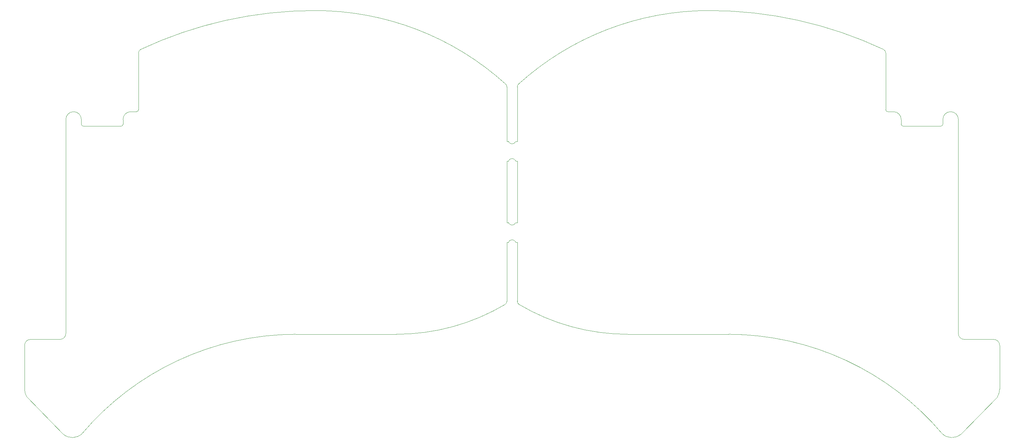
<source format=gm1>
%TF.GenerationSoftware,KiCad,Pcbnew,7.0.7-2.fc38*%
%TF.CreationDate,2023-10-05T15:26:07+05:30*%
%TF.ProjectId,tako,74616b6f-2e6b-4696-9361-645f70636258,rev?*%
%TF.SameCoordinates,Original*%
%TF.FileFunction,Profile,NP*%
%FSLAX46Y46*%
G04 Gerber Fmt 4.6, Leading zero omitted, Abs format (unit mm)*
G04 Created by KiCad (PCBNEW 7.0.7-2.fc38) date 2023-10-05 15:26:07*
%MOMM*%
%LPD*%
G01*
G04 APERTURE LIST*
%TA.AperFunction,Profile*%
%ADD10C,0.050000*%
%TD*%
%TA.AperFunction,Profile*%
%ADD11C,0.100000*%
%TD*%
G04 APERTURE END LIST*
D10*
X150820443Y-60166057D02*
X150430942Y-60166057D01*
D11*
X276294057Y-111364599D02*
X268643644Y-111364387D01*
X34902248Y-111364422D02*
G75*
G03*
X36401834Y-109839598I-25448J1524822D01*
G01*
X277248315Y-126235007D02*
G75*
G03*
X277819057Y-124214599I-3379215J2045407D01*
G01*
D10*
X247788747Y-36379085D02*
G75*
G03*
X202739289Y-26334575I-45050047J-96003415D01*
G01*
X153114941Y-86246058D02*
X153114943Y-101485645D01*
X153114939Y-81166058D02*
X153114941Y-65246057D01*
X36400943Y-94264806D02*
X36400629Y-54480040D01*
X153114940Y-60166058D02*
X152725439Y-60166059D01*
X248364002Y-51980529D02*
X248364002Y-37284666D01*
X153114986Y-101485645D02*
G75*
G03*
X153588342Y-102335003I998414J-155D01*
G01*
X265145268Y-52479935D02*
G75*
G03*
X263145135Y-54479892I-268J-1999865D01*
G01*
D11*
X36401834Y-109839598D02*
X36400943Y-94264806D01*
D10*
X153588342Y-102335002D02*
G75*
G03*
X181689856Y-110035990I28101808J47422902D01*
G01*
X207751735Y-110035651D02*
X181689856Y-110035990D01*
X150430917Y-46085746D02*
G75*
G03*
X150107140Y-45349092I-999117J346D01*
G01*
D11*
X35746711Y-135879352D02*
X26297571Y-126235009D01*
D10*
X35746713Y-135879350D02*
G75*
G03*
X40579026Y-135740784I2340757J2698750D01*
G01*
X153114948Y-46085744D02*
X153114940Y-60166058D01*
X53181941Y-52480354D02*
G75*
G03*
X51181954Y-54480492I-41J-1999946D01*
G01*
X248864006Y-52480527D02*
X250363944Y-52480355D01*
X54681882Y-52480484D02*
G75*
G03*
X55181884Y-51980529I-182J500184D01*
G01*
X252363945Y-54480488D02*
G75*
G03*
X250363944Y-52480355I-1999845J288D01*
G01*
D11*
X25726834Y-124214598D02*
X25726834Y-112889598D01*
D10*
X40400885Y-55729819D02*
G75*
G03*
X40900935Y-56229815I500215J219D01*
G01*
X40400754Y-54479892D02*
X40400928Y-55729819D01*
X150107143Y-45349089D02*
G75*
G03*
X100806597Y-26334574I-49300483J-54405431D01*
G01*
X150430947Y-101485646D02*
X150430939Y-86246058D01*
X121856035Y-110035978D02*
G75*
G03*
X149957548Y-102335002I-135J55123378D01*
G01*
X252864111Y-56230419D02*
X262644956Y-56229817D01*
D11*
X277819101Y-112889599D02*
G75*
G03*
X276294057Y-111364599I-1525001J-1D01*
G01*
D10*
X262966844Y-135740807D02*
G75*
G03*
X267799180Y-135879352I2491556J2560207D01*
G01*
X153438732Y-45349074D02*
G75*
G03*
X153114948Y-46085744I676268J-736726D01*
G01*
X149957548Y-102335003D02*
G75*
G03*
X150430947Y-101485646I-525148J849303D01*
G01*
X121856035Y-110035989D02*
X95794156Y-110035649D01*
X152725371Y-65246086D02*
G75*
G03*
X150820441Y-65246057I-952471J-381114D01*
G01*
X267145259Y-54480041D02*
X267144942Y-94264804D01*
X95794156Y-110035647D02*
G75*
G03*
X40579028Y-135740785I232684J-72653953D01*
G01*
X100806597Y-26334573D02*
G75*
G03*
X55757144Y-36379092I503J-106047427D01*
G01*
X248363973Y-51980529D02*
G75*
G03*
X248864006Y-52480527I500027J29D01*
G01*
X150820439Y-81166058D02*
X150430940Y-81166057D01*
X150820372Y-60166086D02*
G75*
G03*
X152725438Y-60166059I952528J380786D01*
G01*
X40900935Y-56229815D02*
X50681774Y-56230421D01*
X252363931Y-54480488D02*
X252364104Y-55730421D01*
D11*
X25726831Y-124214598D02*
G75*
G03*
X26297572Y-126235009I3949969J24998D01*
G01*
D10*
X55181887Y-37284664D02*
X55181884Y-51980529D01*
X153114941Y-65246057D02*
X152725441Y-65246057D01*
X262644956Y-56229860D02*
G75*
G03*
X263144960Y-55729820I-156J500160D01*
G01*
D11*
X267144948Y-94264807D02*
X267144057Y-109839599D01*
D10*
X262966860Y-135740789D02*
G75*
G03*
X207751735Y-110035652I-55447800J-46948791D01*
G01*
X150820440Y-65246057D02*
X150430942Y-65246058D01*
X51181785Y-55730423D02*
X51181954Y-54480492D01*
X252364181Y-55730421D02*
G75*
G03*
X252864111Y-56230419I499919J-79D01*
G01*
X150820439Y-86246058D02*
X150430939Y-86246058D01*
X152725369Y-86246087D02*
G75*
G03*
X150820442Y-86246058I-952469J-381013D01*
G01*
X150430942Y-60166057D02*
X150430939Y-46085746D01*
D11*
X27251834Y-111364634D02*
G75*
G03*
X25726834Y-112889598I-34J-1524966D01*
G01*
D10*
X150820373Y-81166085D02*
G75*
G03*
X152725437Y-81166060I952527J380885D01*
G01*
X202739289Y-26334578D02*
G75*
G03*
X153438748Y-45349091I-89J-73419872D01*
G01*
X40400698Y-54479892D02*
G75*
G03*
X38400617Y-52479902I-1999898J92D01*
G01*
X248363971Y-37284666D02*
G75*
G03*
X247788744Y-36379091I-1000171J166D01*
G01*
X267145296Y-54480041D02*
G75*
G03*
X265145268Y-52479904I-2000296J-159D01*
G01*
X263144960Y-55729820D02*
X263145135Y-54479892D01*
X55757142Y-36379088D02*
G75*
G03*
X55181887Y-37284664I425058J-905512D01*
G01*
X153114939Y-81166058D02*
X152725439Y-81166055D01*
X150430942Y-65246058D02*
X150430940Y-81166057D01*
D11*
X267144101Y-109839599D02*
G75*
G03*
X268643644Y-111364387I1524999J-1D01*
G01*
D10*
X53181941Y-52480355D02*
X54681882Y-52480529D01*
X38400617Y-52479929D02*
G75*
G03*
X36400629Y-54480040I283J-2000271D01*
G01*
X153114941Y-86246058D02*
X152725442Y-86246056D01*
D11*
X277248320Y-126235010D02*
X267799180Y-135879353D01*
X277819057Y-112889599D02*
X277819057Y-124214599D01*
X34902247Y-111364386D02*
X27251834Y-111364598D01*
D10*
X50681774Y-56230385D02*
G75*
G03*
X51181785Y-55730423I26J499985D01*
G01*
M02*

</source>
